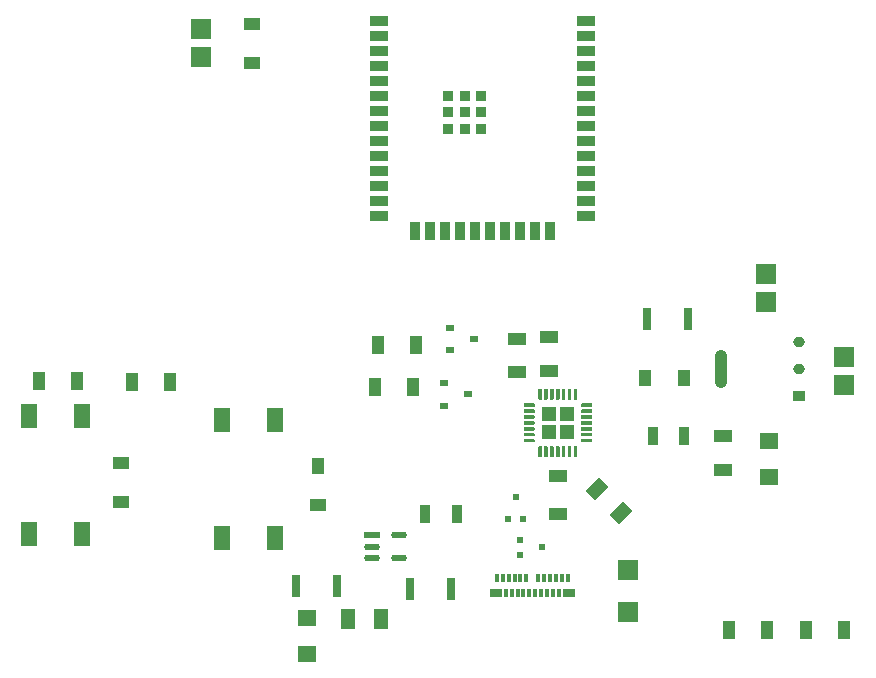
<source format=gtp>
G04*
G04 #@! TF.GenerationSoftware,Altium Limited,Altium Designer,23.1.1 (15)*
G04*
G04 Layer_Color=8421504*
%FSLAX44Y44*%
%MOMM*%
G71*
G04*
G04 #@! TF.SameCoordinates,A4D4DC3D-09BA-49FB-81B5-C576A0A79F62*
G04*
G04*
G04 #@! TF.FilePolarity,Positive*
G04*
G01*
G75*
%ADD14R,1.2000X1.2000*%
%ADD15R,0.5000X0.5500*%
%ADD16R,0.5000X0.5500*%
%ADD17R,0.5000X0.5500*%
%ADD18R,0.5500X0.5000*%
%ADD19R,0.5500X0.5000*%
%ADD20R,1.6800X1.7000*%
G04:AMPARAMS|DCode=21|XSize=1.3383mm|YSize=0.578mm|CornerRadius=0.289mm|HoleSize=0mm|Usage=FLASHONLY|Rotation=0.000|XOffset=0mm|YOffset=0mm|HoleType=Round|Shape=RoundedRectangle|*
%AMROUNDEDRECTD21*
21,1,1.3383,0.0000,0,0,0.0*
21,1,0.7603,0.5780,0,0,0.0*
1,1,0.5780,0.3802,0.0000*
1,1,0.5780,-0.3802,0.0000*
1,1,0.5780,-0.3802,0.0000*
1,1,0.5780,0.3802,0.0000*
%
%ADD21ROUNDEDRECTD21*%
%ADD22R,1.3383X0.5780*%
%ADD23R,0.7562X1.9062*%
%ADD24R,1.2557X1.7582*%
%ADD25R,1.5000X1.4000*%
%ADD26R,0.9000X1.6000*%
%ADD27R,0.8500X1.6000*%
%ADD28R,1.1000X1.3500*%
%ADD29R,0.8000X0.6000*%
%ADD30R,1.0000X1.5000*%
%ADD31C,0.2700*%
%ADD32R,1.5000X1.0000*%
%ADD33R,1.6500X1.1000*%
%ADD34R,1.3500X1.1000*%
%ADD35R,1.4000X2.1000*%
%ADD36R,1.8062X1.7540*%
%ADD37R,1.0043X0.8721*%
G04:AMPARAMS|DCode=38|XSize=1.0043mm|YSize=0.8721mm|CornerRadius=0.4361mm|HoleSize=0mm|Usage=FLASHONLY|Rotation=180.000|XOffset=0mm|YOffset=0mm|HoleType=Round|Shape=RoundedRectangle|*
%AMROUNDEDRECTD38*
21,1,1.0043,0.0000,0,0,180.0*
21,1,0.1322,0.8721,0,0,180.0*
1,1,0.8721,-0.0661,0.0000*
1,1,0.8721,0.0661,0.0000*
1,1,0.8721,0.0661,0.0000*
1,1,0.8721,-0.0661,0.0000*
%
%ADD38ROUNDEDRECTD38*%
G04:AMPARAMS|DCode=39|XSize=1.0043mm|YSize=3.1821mm|CornerRadius=0.4369mm|HoleSize=0mm|Usage=FLASHONLY|Rotation=180.000|XOffset=0mm|YOffset=0mm|HoleType=Round|Shape=RoundedRectangle|*
%AMROUNDEDRECTD39*
21,1,1.0043,2.3084,0,0,180.0*
21,1,0.1306,3.1821,0,0,180.0*
1,1,0.8737,-0.0653,1.1542*
1,1,0.8737,0.0653,1.1542*
1,1,0.8737,0.0653,-1.1542*
1,1,0.8737,-0.0653,-1.1542*
%
%ADD39ROUNDEDRECTD39*%
G04:AMPARAMS|DCode=40|XSize=1.65mm|YSize=1.1mm|CornerRadius=0mm|HoleSize=0mm|Usage=FLASHONLY|Rotation=225.000|XOffset=0mm|YOffset=0mm|HoleType=Round|Shape=Rectangle|*
%AMROTATEDRECTD40*
4,1,4,0.1945,0.9723,0.9723,0.1945,-0.1945,-0.9723,-0.9723,-0.1945,0.1945,0.9723,0.0*
%
%ADD40ROTATEDRECTD40*%

%ADD41R,0.3000X0.7000*%
%ADD42R,1.0000X0.7000*%
%ADD43R,1.5000X0.9000*%
%ADD44R,0.9000X1.5000*%
%ADD45R,0.9000X0.9000*%
G36*
X768340Y483030D02*
Y482732D01*
X768112Y482180D01*
X767690Y481758D01*
X767138Y481530D01*
X766542D01*
X765990Y481758D01*
X765568Y482180D01*
X765340Y482732D01*
Y483030D01*
Y491030D01*
X768340D01*
Y483030D01*
D02*
G37*
G36*
X763340D02*
Y482732D01*
X763112Y482180D01*
X762690Y481758D01*
X762138Y481530D01*
X761542D01*
X760990Y481758D01*
X760568Y482180D01*
X760340Y482732D01*
Y483030D01*
Y491030D01*
X763340D01*
Y483030D01*
D02*
G37*
G36*
X758340D02*
Y482732D01*
X758112Y482180D01*
X757690Y481758D01*
X757138Y481530D01*
X756542D01*
X755990Y481758D01*
X755568Y482180D01*
X755340Y482732D01*
Y483030D01*
Y491030D01*
X758340D01*
X758340Y483030D01*
D02*
G37*
G36*
X753340D02*
Y482732D01*
X753112Y482180D01*
X752690Y481758D01*
X752138Y481530D01*
X751542D01*
X750990Y481758D01*
X750568Y482180D01*
X750340Y482732D01*
Y483030D01*
Y491030D01*
X753340D01*
Y483030D01*
D02*
G37*
G36*
X748340D02*
Y482732D01*
X748112Y482180D01*
X747690Y481758D01*
X747138Y481530D01*
X746542D01*
X745990Y481758D01*
X745568Y482180D01*
X745340Y482732D01*
Y483030D01*
X745340D01*
Y491030D01*
X748340D01*
Y483030D01*
D02*
G37*
G36*
X743340D02*
Y482732D01*
X743112Y482180D01*
X742690Y481758D01*
X742138Y481530D01*
X741542D01*
X740990Y481758D01*
X740568Y482180D01*
X740340Y482732D01*
Y483030D01*
Y491030D01*
X743340D01*
Y483030D01*
D02*
G37*
G36*
X738340D02*
Y482732D01*
X738112Y482180D01*
X737690Y481758D01*
X737138Y481530D01*
X736542D01*
X735990Y481758D01*
X735568Y482180D01*
X735340Y482732D01*
Y483030D01*
Y491030D01*
X738340D01*
Y483030D01*
D02*
G37*
G36*
X780590Y475780D02*
X772292D01*
X771740Y476008D01*
X771318Y476430D01*
X771090Y476982D01*
Y477280D01*
Y477578D01*
X771318Y478130D01*
X771740Y478552D01*
X772292Y478780D01*
X780590D01*
Y475780D01*
D02*
G37*
G36*
X731940Y478552D02*
X732362Y478130D01*
X732590Y477578D01*
Y477280D01*
Y476982D01*
X732362Y476430D01*
X731940Y476008D01*
X731388Y475780D01*
X723090D01*
Y478780D01*
X731388D01*
X731940Y478552D01*
D02*
G37*
G36*
X780590Y470780D02*
X772292D01*
X771740Y471008D01*
X771318Y471430D01*
X771090Y471982D01*
Y472280D01*
Y472578D01*
X771318Y473130D01*
X771740Y473552D01*
X772292Y473780D01*
X780590D01*
Y470780D01*
D02*
G37*
G36*
X731940Y473552D02*
X732362Y473130D01*
X732590Y472578D01*
Y472280D01*
Y471982D01*
X732362Y471430D01*
X731940Y471008D01*
X731388Y470780D01*
X723090D01*
Y473780D01*
X731388D01*
X731940Y473552D01*
D02*
G37*
G36*
X780590Y465780D02*
X772292D01*
X771740Y466008D01*
X771318Y466430D01*
X771090Y466982D01*
Y467280D01*
Y467578D01*
X771318Y468130D01*
X771740Y468552D01*
X772292Y468780D01*
X772590D01*
Y468780D01*
X780590D01*
Y465780D01*
D02*
G37*
G36*
X731090Y468780D02*
X731388D01*
X731940Y468552D01*
X732362Y468130D01*
X732590Y467578D01*
Y467280D01*
Y466982D01*
X732362Y466430D01*
X731940Y466008D01*
X731388Y465780D01*
X723090D01*
Y468780D01*
X731090Y468780D01*
D02*
G37*
G36*
X780590Y460780D02*
X772292D01*
X771740Y461008D01*
X771318Y461430D01*
X771090Y461982D01*
Y462280D01*
Y462578D01*
X771318Y463130D01*
X771740Y463552D01*
X772292Y463780D01*
X780590D01*
Y460780D01*
D02*
G37*
G36*
X731940Y463552D02*
X732362Y463130D01*
X732590Y462578D01*
Y462280D01*
Y461982D01*
X732362Y461430D01*
X731940Y461008D01*
X731388Y460780D01*
X723090D01*
Y463780D01*
X731388D01*
X731940Y463552D01*
D02*
G37*
G36*
X780590Y455780D02*
X772590Y455780D01*
X772292D01*
X771740Y456008D01*
X771318Y456430D01*
X771090Y456982D01*
Y457280D01*
Y457578D01*
X771318Y458130D01*
X771740Y458552D01*
X772292Y458780D01*
X780590D01*
Y455780D01*
D02*
G37*
G36*
X731940Y458552D02*
X732362Y458130D01*
X732590Y457578D01*
Y457280D01*
Y456982D01*
X732362Y456430D01*
X731940Y456008D01*
X731388Y455780D01*
X731090D01*
Y455780D01*
X723090D01*
Y458780D01*
X731388D01*
X731940Y458552D01*
D02*
G37*
G36*
X780590Y450780D02*
X772292D01*
X771740Y451008D01*
X771318Y451430D01*
X771090Y451982D01*
Y452280D01*
Y452578D01*
X771318Y453130D01*
X771740Y453552D01*
X772292Y453780D01*
X780590D01*
Y450780D01*
D02*
G37*
G36*
X731940Y453552D02*
X732362Y453130D01*
X732590Y452578D01*
Y452280D01*
Y451982D01*
X732362Y451430D01*
X731940Y451008D01*
X731388Y450780D01*
X723090D01*
Y453780D01*
X731388D01*
X731940Y453552D01*
D02*
G37*
G36*
X780590Y445780D02*
X772292D01*
X771740Y446008D01*
X771318Y446430D01*
X771090Y446982D01*
Y447280D01*
Y447578D01*
X771318Y448130D01*
X771740Y448552D01*
X772292Y448780D01*
X780590D01*
Y445780D01*
D02*
G37*
G36*
X731940Y448552D02*
X732362Y448130D01*
X732590Y447578D01*
Y447280D01*
Y446982D01*
X732362Y446430D01*
X731940Y446008D01*
X731388Y445780D01*
X723090D01*
Y448780D01*
X731388D01*
X731940Y448552D01*
D02*
G37*
G36*
X767690Y442802D02*
X768112Y442380D01*
X768340Y441828D01*
Y441530D01*
Y433530D01*
X765340D01*
Y441530D01*
Y441828D01*
X765568Y442380D01*
X765990Y442802D01*
X766542Y443030D01*
X767138D01*
X767690Y442802D01*
D02*
G37*
G36*
X762690D02*
X763112Y442380D01*
X763340Y441828D01*
Y441530D01*
Y433530D01*
X760340D01*
Y441530D01*
Y441828D01*
X760568Y442380D01*
X760990Y442802D01*
X761542Y443030D01*
X762138D01*
X762690Y442802D01*
D02*
G37*
G36*
X757690D02*
X758112Y442380D01*
X758340Y441828D01*
Y441530D01*
X758340D01*
Y433530D01*
X755340D01*
Y441530D01*
Y441828D01*
X755568Y442380D01*
X755990Y442802D01*
X756542Y443030D01*
X757138D01*
X757690Y442802D01*
D02*
G37*
G36*
X752690D02*
X753112Y442380D01*
X753340Y441828D01*
Y441530D01*
Y433530D01*
X750340D01*
Y441530D01*
Y441828D01*
X750568Y442380D01*
X750990Y442802D01*
X751542Y443030D01*
X752138D01*
X752690Y442802D01*
D02*
G37*
G36*
X747690D02*
X748112Y442380D01*
X748340Y441828D01*
Y441530D01*
Y433530D01*
X745340D01*
X745340Y441530D01*
Y441828D01*
X745568Y442380D01*
X745990Y442802D01*
X746542Y443030D01*
X747138D01*
X747690Y442802D01*
D02*
G37*
G36*
X742690D02*
X743112Y442380D01*
X743340Y441828D01*
Y441530D01*
Y433530D01*
X740340D01*
Y441530D01*
Y441828D01*
X740568Y442380D01*
X740990Y442802D01*
X741542Y443030D01*
X742138D01*
X742690Y442802D01*
D02*
G37*
G36*
X737690D02*
X738112Y442380D01*
X738340Y441828D01*
Y441530D01*
Y433530D01*
X735340D01*
Y441530D01*
Y441828D01*
X735568Y442380D01*
X735990Y442802D01*
X736542Y443030D01*
X737138D01*
X737690Y442802D01*
D02*
G37*
D14*
X744340Y469780D02*
D03*
X759340D02*
D03*
X744340Y454780D02*
D03*
X759340D02*
D03*
D15*
X709780Y380640D02*
D03*
D16*
X722780D02*
D03*
D17*
X716280Y399140D02*
D03*
D18*
X719730Y363370D02*
D03*
Y350370D02*
D03*
D19*
X738230Y356870D02*
D03*
D20*
X811530Y337820D02*
D03*
Y302020D02*
D03*
D21*
X617220Y366980D02*
D03*
Y347980D02*
D03*
X594896D02*
D03*
Y357480D02*
D03*
D22*
Y366980D02*
D03*
D23*
X661140Y321310D02*
D03*
X626640D02*
D03*
X530120Y323850D02*
D03*
X564620D02*
D03*
X827300Y549910D02*
D03*
X861800D02*
D03*
D24*
X602022Y295910D02*
D03*
X573998D02*
D03*
D25*
X539750Y266940D02*
D03*
Y296940D02*
D03*
X930910Y416800D02*
D03*
Y446800D02*
D03*
D26*
X666280Y384810D02*
D03*
X639280D02*
D03*
D27*
X859070Y450850D02*
D03*
X832570D02*
D03*
D28*
X858510Y500380D02*
D03*
X825510D02*
D03*
X548640Y425440D02*
D03*
D29*
X655440Y495910D02*
D03*
Y476910D02*
D03*
X675640Y486410D02*
D03*
X660460Y542900D02*
D03*
Y523900D02*
D03*
X680660Y533400D02*
D03*
D30*
X597410Y492760D02*
D03*
X629410D02*
D03*
X961900Y287020D02*
D03*
X993900D02*
D03*
X897130D02*
D03*
X929130D02*
D03*
X391670Y496570D02*
D03*
X423670D02*
D03*
X344930Y497840D02*
D03*
X312930D02*
D03*
X599950Y528320D02*
D03*
X631950D02*
D03*
D31*
X727840Y477280D02*
D03*
Y472280D02*
D03*
Y467280D02*
D03*
X724590Y462280D02*
D03*
X727840Y457280D02*
D03*
Y452280D02*
D03*
Y447280D02*
D03*
X736840Y438280D02*
D03*
X741840D02*
D03*
X746840Y438125D02*
D03*
X751840D02*
D03*
X756840Y438280D02*
D03*
X761840D02*
D03*
X766840D02*
D03*
X775840Y447280D02*
D03*
Y452280D02*
D03*
Y457280D02*
D03*
X778590Y462280D02*
D03*
X775840Y467280D02*
D03*
Y472280D02*
D03*
Y477280D02*
D03*
X766840Y486280D02*
D03*
X761840D02*
D03*
X756840Y486435D02*
D03*
X751840D02*
D03*
X746840Y486280D02*
D03*
X741840D02*
D03*
X736840D02*
D03*
D32*
X751840Y385320D02*
D03*
Y417320D02*
D03*
D33*
X744220Y534950D02*
D03*
Y506450D02*
D03*
X717550Y505180D02*
D03*
Y533680D02*
D03*
X891540Y422630D02*
D03*
Y451130D02*
D03*
D34*
X382270Y394980D02*
D03*
Y427980D02*
D03*
X492760Y767090D02*
D03*
Y800090D02*
D03*
X548640Y392440D02*
D03*
D35*
X304250Y368300D02*
D03*
Y468300D02*
D03*
X349250Y368300D02*
D03*
Y468300D02*
D03*
X467360Y364820D02*
D03*
Y464820D02*
D03*
X512360Y364820D02*
D03*
Y464820D02*
D03*
D36*
X928370Y588341D02*
D03*
Y564819D02*
D03*
X994410Y518160D02*
D03*
Y494637D02*
D03*
X449580Y771829D02*
D03*
Y795351D02*
D03*
D37*
X956240Y485100D02*
D03*
D38*
Y508000D02*
D03*
Y530900D02*
D03*
D39*
X890340Y508000D02*
D03*
D40*
X784860Y406400D02*
D03*
X805013Y386247D02*
D03*
D41*
X700250Y331070D02*
D03*
X705250D02*
D03*
X710250D02*
D03*
X715250D02*
D03*
X720250D02*
D03*
X725250D02*
D03*
X735250D02*
D03*
X740250D02*
D03*
X745250D02*
D03*
X750250D02*
D03*
X755250D02*
D03*
X760250D02*
D03*
X752750Y318070D02*
D03*
X747750D02*
D03*
X742750D02*
D03*
X737750D02*
D03*
X732750D02*
D03*
X727750D02*
D03*
X722750D02*
D03*
X717750D02*
D03*
X712750D02*
D03*
X707750D02*
D03*
D42*
X699250D02*
D03*
X761250D02*
D03*
D43*
X600630Y802400D02*
D03*
Y789700D02*
D03*
Y777000D02*
D03*
Y764300D02*
D03*
Y751600D02*
D03*
Y738900D02*
D03*
Y726200D02*
D03*
Y713500D02*
D03*
Y700800D02*
D03*
Y688100D02*
D03*
Y675400D02*
D03*
Y662700D02*
D03*
Y650000D02*
D03*
Y637300D02*
D03*
X775630D02*
D03*
Y650000D02*
D03*
Y662700D02*
D03*
Y675400D02*
D03*
Y688100D02*
D03*
Y700800D02*
D03*
Y713500D02*
D03*
Y726200D02*
D03*
Y738900D02*
D03*
Y751600D02*
D03*
Y764300D02*
D03*
Y777000D02*
D03*
Y789700D02*
D03*
Y802400D02*
D03*
D44*
X631030Y624800D02*
D03*
X643730D02*
D03*
X656430D02*
D03*
X669130D02*
D03*
X681830D02*
D03*
X694530D02*
D03*
X707230D02*
D03*
X719930D02*
D03*
X732630D02*
D03*
X745330D02*
D03*
D45*
X659130Y739200D02*
D03*
X673130D02*
D03*
X687130D02*
D03*
X659130Y725200D02*
D03*
X673130D02*
D03*
X687130D02*
D03*
X659130Y711200D02*
D03*
X673130D02*
D03*
X687130D02*
D03*
M02*

</source>
